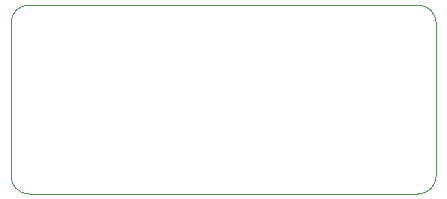
<source format=gbr>
G04 #@! TF.GenerationSoftware,KiCad,Pcbnew,7.0.2-0*
G04 #@! TF.CreationDate,2023-08-07T23:17:52+03:00*
G04 #@! TF.ProjectId,RJ45_Module,524a3435-5f4d-46f6-9475-6c652e6b6963,1.0*
G04 #@! TF.SameCoordinates,Original*
G04 #@! TF.FileFunction,Paste,Top*
G04 #@! TF.FilePolarity,Positive*
%FSLAX46Y46*%
G04 Gerber Fmt 4.6, Leading zero omitted, Abs format (unit mm)*
G04 Created by KiCad (PCBNEW 7.0.2-0) date 2023-08-07 23:17:52*
%MOMM*%
%LPD*%
G01*
G04 APERTURE LIST*
G04 #@! TA.AperFunction,Profile*
%ADD10C,0.050000*%
G04 #@! TD*
G04 APERTURE END LIST*
D10*
X225185000Y-91796000D02*
X192233000Y-91796000D01*
X225188000Y-91796000D02*
G75*
G03*
X226712000Y-90272000I0J1524000D01*
G01*
X190709000Y-90272000D02*
G75*
G03*
X192233000Y-91796000I1524000J0D01*
G01*
X190709000Y-90272000D02*
X190709000Y-77320000D01*
X226712000Y-77320000D02*
X226712000Y-90272000D01*
X226712000Y-77320000D02*
G75*
G03*
X225188000Y-75796000I-1524000J0D01*
G01*
X192233000Y-75796000D02*
G75*
G03*
X190709000Y-77320000I0J-1524000D01*
G01*
X192232000Y-75796000D02*
X225185000Y-75796000D01*
M02*

</source>
